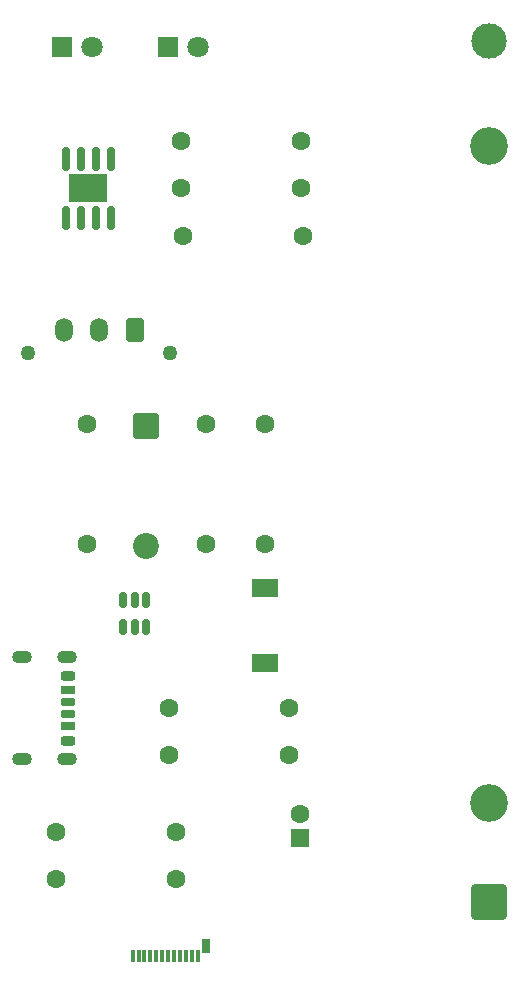
<source format=gbr>
%TF.GenerationSoftware,KiCad,Pcbnew,9.0.4*%
%TF.CreationDate,2025-10-16T13:30:46+09:00*%
%TF.ProjectId,HAM_Seminiar_Charger,48414d5f-5365-46d6-996e-6961725f4368,rev?*%
%TF.SameCoordinates,Original*%
%TF.FileFunction,Soldermask,Top*%
%TF.FilePolarity,Negative*%
%FSLAX46Y46*%
G04 Gerber Fmt 4.6, Leading zero omitted, Abs format (unit mm)*
G04 Created by KiCad (PCBNEW 9.0.4) date 2025-10-16 13:30:46*
%MOMM*%
%LPD*%
G01*
G04 APERTURE LIST*
G04 Aperture macros list*
%AMRoundRect*
0 Rectangle with rounded corners*
0 $1 Rounding radius*
0 $2 $3 $4 $5 $6 $7 $8 $9 X,Y pos of 4 corners*
0 Add a 4 corners polygon primitive as box body*
4,1,4,$2,$3,$4,$5,$6,$7,$8,$9,$2,$3,0*
0 Add four circle primitives for the rounded corners*
1,1,$1+$1,$2,$3*
1,1,$1+$1,$4,$5*
1,1,$1+$1,$6,$7*
1,1,$1+$1,$8,$9*
0 Add four rect primitives between the rounded corners*
20,1,$1+$1,$2,$3,$4,$5,0*
20,1,$1+$1,$4,$5,$6,$7,0*
20,1,$1+$1,$6,$7,$8,$9,0*
20,1,$1+$1,$8,$9,$2,$3,0*%
G04 Aperture macros list end*
%ADD10C,3.200000*%
%ADD11RoundRect,0.249999X1.250001X-1.250001X1.250001X1.250001X-1.250001X1.250001X-1.250001X-1.250001X0*%
%ADD12C,3.000000*%
%ADD13C,1.600000*%
%ADD14R,2.200000X1.500000*%
%ADD15R,1.800000X1.800000*%
%ADD16C,1.800000*%
%ADD17RoundRect,0.175000X-0.425000X0.175000X-0.425000X-0.175000X0.425000X-0.175000X0.425000X0.175000X0*%
%ADD18RoundRect,0.190000X0.410000X-0.190000X0.410000X0.190000X-0.410000X0.190000X-0.410000X-0.190000X0*%
%ADD19RoundRect,0.200000X0.400000X-0.200000X0.400000X0.200000X-0.400000X0.200000X-0.400000X-0.200000X0*%
%ADD20RoundRect,0.175000X0.425000X-0.175000X0.425000X0.175000X-0.425000X0.175000X-0.425000X-0.175000X0*%
%ADD21RoundRect,0.190000X-0.410000X0.190000X-0.410000X-0.190000X0.410000X-0.190000X0.410000X0.190000X0*%
%ADD22RoundRect,0.200000X-0.400000X0.200000X-0.400000X-0.200000X0.400000X-0.200000X0.400000X0.200000X0*%
%ADD23O,1.700000X1.100000*%
%ADD24C,1.270000*%
%ADD25RoundRect,0.250001X0.499999X0.759999X-0.499999X0.759999X-0.499999X-0.759999X0.499999X-0.759999X0*%
%ADD26O,1.500000X2.020000*%
%ADD27RoundRect,0.150000X0.150000X-0.825000X0.150000X0.825000X-0.150000X0.825000X-0.150000X-0.825000X0*%
%ADD28R,3.300000X2.410000*%
%ADD29RoundRect,0.249999X-0.850001X0.850001X-0.850001X-0.850001X0.850001X-0.850001X0.850001X0.850001X0*%
%ADD30C,2.200000*%
%ADD31RoundRect,0.150000X0.150000X-0.512500X0.150000X0.512500X-0.150000X0.512500X-0.150000X-0.512500X0*%
%ADD32R,0.380000X1.000000*%
%ADD33R,0.700000X1.150000*%
%ADD34RoundRect,0.250000X0.550000X-0.550000X0.550000X0.550000X-0.550000X0.550000X-0.550000X-0.550000X0*%
G04 APERTURE END LIST*
D10*
%TO.C,BT1*%
X174200000Y-117805000D03*
X174200000Y-62195000D03*
D11*
X174200000Y-126250000D03*
D12*
X174200000Y-53350000D03*
%TD*%
D13*
%TO.C,R8*%
X147700000Y-124305000D03*
X137540000Y-124305000D03*
%TD*%
D14*
%TO.C,L1*%
X155200000Y-99605000D03*
X155200000Y-106005000D03*
%TD*%
D13*
%TO.C,R9*%
X147700000Y-120305000D03*
X137540000Y-120305000D03*
%TD*%
D15*
%TO.C,D3*%
X147040000Y-53805000D03*
D16*
X149580000Y-53805000D03*
%TD*%
D13*
%TO.C,R1*%
X150200000Y-95885000D03*
X150200000Y-85725000D03*
%TD*%
%TO.C,R4*%
X140200000Y-85725000D03*
X140200000Y-95885000D03*
%TD*%
%TO.C,R5*%
X155200000Y-95885000D03*
X155200000Y-85725000D03*
%TD*%
D17*
%TO.C,J1*%
X138580000Y-109305000D03*
D18*
X138580000Y-111325000D03*
D19*
X138580000Y-112555000D03*
D20*
X138580000Y-110305000D03*
D21*
X138580000Y-108285000D03*
D22*
X138580000Y-107055000D03*
D23*
X138500000Y-105485000D03*
X134700000Y-105485000D03*
X138500000Y-114125000D03*
X134700000Y-114125000D03*
%TD*%
D24*
%TO.C,SW1*%
X147200000Y-79765000D03*
X135200000Y-79765000D03*
D25*
X144200000Y-77805000D03*
D26*
X141200000Y-77805000D03*
X138200000Y-77805000D03*
%TD*%
D27*
%TO.C,U2*%
X138375000Y-68280000D03*
X139645000Y-68280000D03*
X140915000Y-68280000D03*
X142185000Y-68280000D03*
X142185000Y-63330000D03*
X140915000Y-63330000D03*
X139645000Y-63330000D03*
X138375000Y-63330000D03*
D28*
X140280000Y-65805000D03*
%TD*%
D29*
%TO.C,D1*%
X145200000Y-85885000D03*
D30*
X145200000Y-96045000D03*
%TD*%
D31*
%TO.C,U1*%
X143250000Y-102942500D03*
X144200000Y-102942500D03*
X145150000Y-102942500D03*
X145150000Y-100667500D03*
X144200000Y-100667500D03*
X143250000Y-100667500D03*
%TD*%
D13*
%TO.C,R10*%
X148280000Y-69805000D03*
X158440000Y-69805000D03*
%TD*%
%TO.C,R2*%
X147120000Y-113805000D03*
X157280000Y-113805000D03*
%TD*%
D15*
%TO.C,D2*%
X138040000Y-53805000D03*
D16*
X140580000Y-53805000D03*
%TD*%
D13*
%TO.C,R7*%
X148120000Y-61805000D03*
X158280000Y-61805000D03*
%TD*%
%TO.C,R3*%
X147120000Y-109805000D03*
X157280000Y-109805000D03*
%TD*%
%TO.C,R6*%
X148120000Y-65805000D03*
X158280000Y-65805000D03*
%TD*%
D32*
%TO.C,P1*%
X149530000Y-130765000D03*
X149030000Y-130765000D03*
X148530000Y-130765000D03*
X148030000Y-130765000D03*
X147530000Y-130765000D03*
X147030000Y-130765000D03*
X146530000Y-130765000D03*
X146030000Y-130765000D03*
X145530000Y-130765000D03*
X145030000Y-130765000D03*
X144530000Y-130765000D03*
X144030000Y-130765000D03*
D33*
X150200000Y-129925000D03*
%TD*%
D34*
%TO.C,C1*%
X158200000Y-120805000D03*
D13*
X158200000Y-118805000D03*
%TD*%
M02*

</source>
